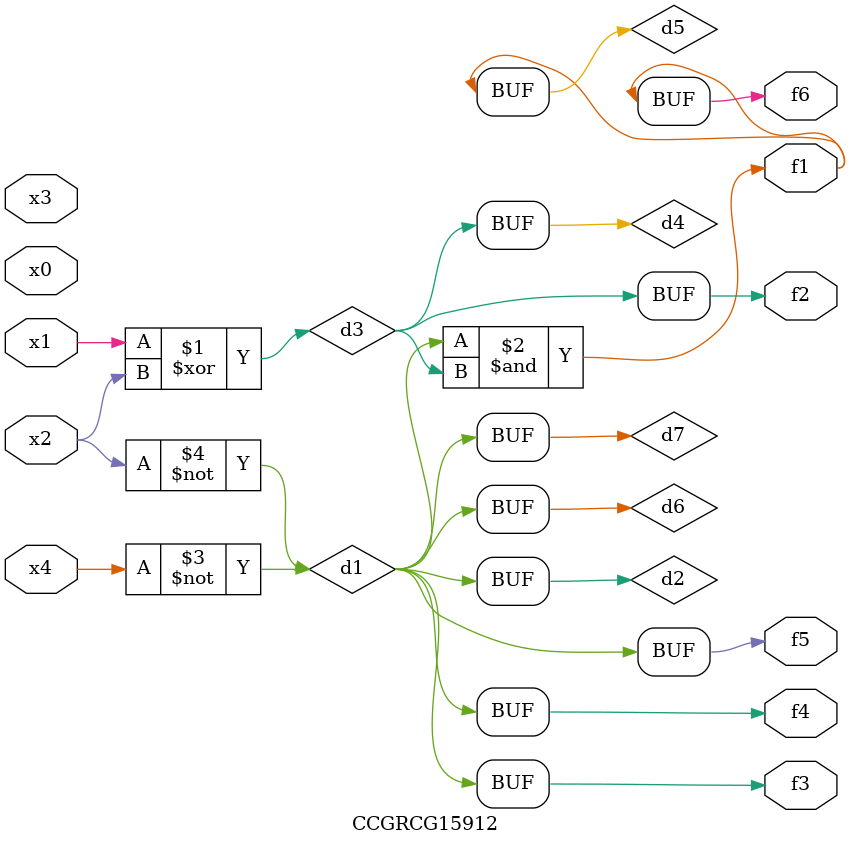
<source format=v>
module CCGRCG15912(
	input x0, x1, x2, x3, x4,
	output f1, f2, f3, f4, f5, f6
);

	wire d1, d2, d3, d4, d5, d6, d7;

	not (d1, x4);
	not (d2, x2);
	xor (d3, x1, x2);
	buf (d4, d3);
	and (d5, d1, d3);
	buf (d6, d1, d2);
	buf (d7, d2);
	assign f1 = d5;
	assign f2 = d4;
	assign f3 = d7;
	assign f4 = d7;
	assign f5 = d7;
	assign f6 = d5;
endmodule

</source>
